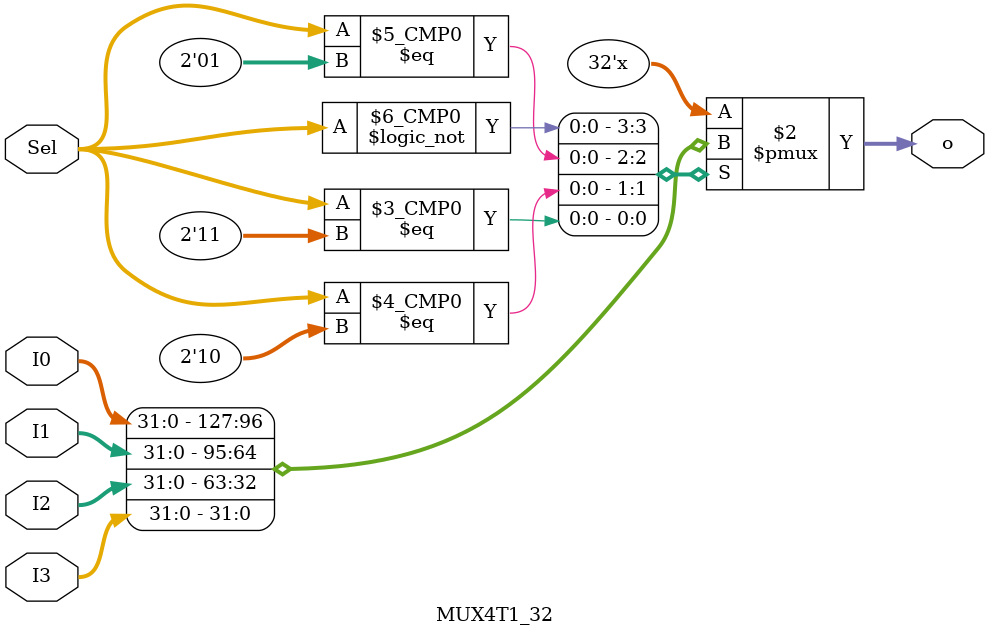
<source format=v>
`timescale 1ns / 1ps
module MUX4T1_32(input [1:0] Sel,
					  input [31:0] I0,
					  input [31:0] I1,
					  input [31:0] I2,
					  input [31:0] I3,
					  output reg [31:0] o
					  );
always @* begin
	case(Sel)
		2'b00 : o <= I0;
		2'b01 : o <= I1;
		2'b10 : o <= I2;
		2'b11 : o <= I3;
	endcase;
end
endmodule

</source>
